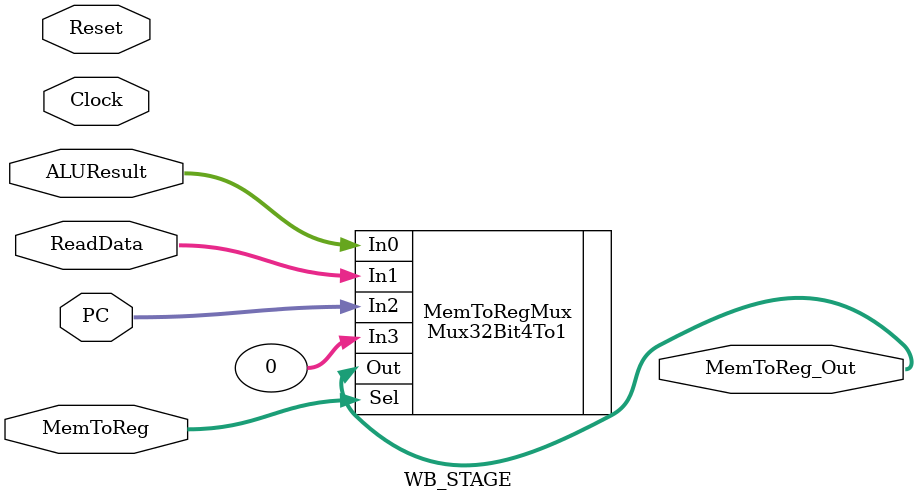
<source format=v>
`timescale 1ns / 1ps


module WB_STAGE(Clock, Reset, MemToReg, ALUResult, ReadData, PC, MemToReg_Out);
    input Clock, Reset;
    input [1:0] MemToReg;
    input [31:0] ALUResult, ReadData, PC;
    
    (* mark_debus = "true"*) output [31:0] MemToReg_Out;
    
    Mux32Bit4To1 MemToRegMux(
        .Out(MemToReg_Out),
        .In0(ALUResult),
        .In1(ReadData),
        .In2(PC),
        .In3(32'b0),
        .Sel(MemToReg));
        
endmodule

</source>
